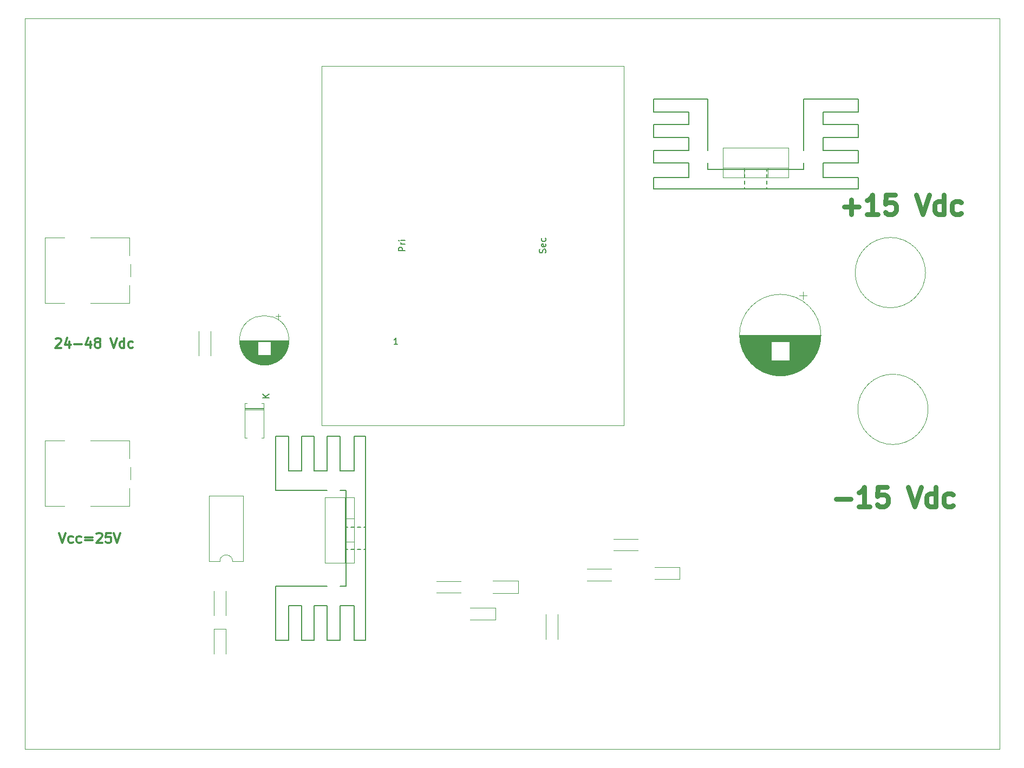
<source format=gto>
G04 #@! TF.GenerationSoftware,KiCad,Pcbnew,(5.1.5)-3*
G04 #@! TF.CreationDate,2020-06-24T22:18:20+03:00*
G04 #@! TF.ProjectId,Hardwareproject,48617264-7761-4726-9570-726f6a656374,rev?*
G04 #@! TF.SameCoordinates,Original*
G04 #@! TF.FileFunction,Legend,Top*
G04 #@! TF.FilePolarity,Positive*
%FSLAX46Y46*%
G04 Gerber Fmt 4.6, Leading zero omitted, Abs format (unit mm)*
G04 Created by KiCad (PCBNEW (5.1.5)-3) date 2020-06-24 22:18:20*
%MOMM*%
%LPD*%
G04 APERTURE LIST*
%ADD10C,0.300000*%
%ADD11C,0.750000*%
%ADD12C,0.120000*%
%ADD13C,0.150000*%
G04 APERTURE END LIST*
D10*
X30222857Y-75521428D02*
X30294285Y-75450000D01*
X30437142Y-75378571D01*
X30794285Y-75378571D01*
X30937142Y-75450000D01*
X31008571Y-75521428D01*
X31080000Y-75664285D01*
X31080000Y-75807142D01*
X31008571Y-76021428D01*
X30151428Y-76878571D01*
X31080000Y-76878571D01*
X32365714Y-75878571D02*
X32365714Y-76878571D01*
X32008571Y-75307142D02*
X31651428Y-76378571D01*
X32580000Y-76378571D01*
X33151428Y-76307142D02*
X34294285Y-76307142D01*
X35651428Y-75878571D02*
X35651428Y-76878571D01*
X35294285Y-75307142D02*
X34937142Y-76378571D01*
X35865714Y-76378571D01*
X36651428Y-76021428D02*
X36508571Y-75950000D01*
X36437142Y-75878571D01*
X36365714Y-75735714D01*
X36365714Y-75664285D01*
X36437142Y-75521428D01*
X36508571Y-75450000D01*
X36651428Y-75378571D01*
X36937142Y-75378571D01*
X37080000Y-75450000D01*
X37151428Y-75521428D01*
X37222857Y-75664285D01*
X37222857Y-75735714D01*
X37151428Y-75878571D01*
X37080000Y-75950000D01*
X36937142Y-76021428D01*
X36651428Y-76021428D01*
X36508571Y-76092857D01*
X36437142Y-76164285D01*
X36365714Y-76307142D01*
X36365714Y-76592857D01*
X36437142Y-76735714D01*
X36508571Y-76807142D01*
X36651428Y-76878571D01*
X36937142Y-76878571D01*
X37080000Y-76807142D01*
X37151428Y-76735714D01*
X37222857Y-76592857D01*
X37222857Y-76307142D01*
X37151428Y-76164285D01*
X37080000Y-76092857D01*
X36937142Y-76021428D01*
X38794285Y-75378571D02*
X39294285Y-76878571D01*
X39794285Y-75378571D01*
X40937142Y-76878571D02*
X40937142Y-75378571D01*
X40937142Y-76807142D02*
X40794285Y-76878571D01*
X40508571Y-76878571D01*
X40365714Y-76807142D01*
X40294285Y-76735714D01*
X40222857Y-76592857D01*
X40222857Y-76164285D01*
X40294285Y-76021428D01*
X40365714Y-75950000D01*
X40508571Y-75878571D01*
X40794285Y-75878571D01*
X40937142Y-75950000D01*
X42294285Y-76807142D02*
X42151428Y-76878571D01*
X41865714Y-76878571D01*
X41722857Y-76807142D01*
X41651428Y-76735714D01*
X41580000Y-76592857D01*
X41580000Y-76164285D01*
X41651428Y-76021428D01*
X41722857Y-75950000D01*
X41865714Y-75878571D01*
X42151428Y-75878571D01*
X42294285Y-75950000D01*
D11*
X152218571Y-100544285D02*
X154504285Y-100544285D01*
X157504285Y-101687142D02*
X155790000Y-101687142D01*
X156647142Y-101687142D02*
X156647142Y-98687142D01*
X156361428Y-99115714D01*
X156075714Y-99401428D01*
X155790000Y-99544285D01*
X160218571Y-98687142D02*
X158790000Y-98687142D01*
X158647142Y-100115714D01*
X158790000Y-99972857D01*
X159075714Y-99830000D01*
X159790000Y-99830000D01*
X160075714Y-99972857D01*
X160218571Y-100115714D01*
X160361428Y-100401428D01*
X160361428Y-101115714D01*
X160218571Y-101401428D01*
X160075714Y-101544285D01*
X159790000Y-101687142D01*
X159075714Y-101687142D01*
X158790000Y-101544285D01*
X158647142Y-101401428D01*
X163504285Y-98687142D02*
X164504285Y-101687142D01*
X165504285Y-98687142D01*
X167790000Y-101687142D02*
X167790000Y-98687142D01*
X167790000Y-101544285D02*
X167504285Y-101687142D01*
X166932857Y-101687142D01*
X166647142Y-101544285D01*
X166504285Y-101401428D01*
X166361428Y-101115714D01*
X166361428Y-100258571D01*
X166504285Y-99972857D01*
X166647142Y-99830000D01*
X166932857Y-99687142D01*
X167504285Y-99687142D01*
X167790000Y-99830000D01*
X170504285Y-101544285D02*
X170218571Y-101687142D01*
X169647142Y-101687142D01*
X169361428Y-101544285D01*
X169218571Y-101401428D01*
X169075714Y-101115714D01*
X169075714Y-100258571D01*
X169218571Y-99972857D01*
X169361428Y-99830000D01*
X169647142Y-99687142D01*
X170218571Y-99687142D01*
X170504285Y-99830000D01*
X153488571Y-54824285D02*
X155774285Y-54824285D01*
X154631428Y-55967142D02*
X154631428Y-53681428D01*
X158774285Y-55967142D02*
X157060000Y-55967142D01*
X157917142Y-55967142D02*
X157917142Y-52967142D01*
X157631428Y-53395714D01*
X157345714Y-53681428D01*
X157060000Y-53824285D01*
X161488571Y-52967142D02*
X160060000Y-52967142D01*
X159917142Y-54395714D01*
X160060000Y-54252857D01*
X160345714Y-54110000D01*
X161060000Y-54110000D01*
X161345714Y-54252857D01*
X161488571Y-54395714D01*
X161631428Y-54681428D01*
X161631428Y-55395714D01*
X161488571Y-55681428D01*
X161345714Y-55824285D01*
X161060000Y-55967142D01*
X160345714Y-55967142D01*
X160060000Y-55824285D01*
X159917142Y-55681428D01*
X164774285Y-52967142D02*
X165774285Y-55967142D01*
X166774285Y-52967142D01*
X169060000Y-55967142D02*
X169060000Y-52967142D01*
X169060000Y-55824285D02*
X168774285Y-55967142D01*
X168202857Y-55967142D01*
X167917142Y-55824285D01*
X167774285Y-55681428D01*
X167631428Y-55395714D01*
X167631428Y-54538571D01*
X167774285Y-54252857D01*
X167917142Y-54110000D01*
X168202857Y-53967142D01*
X168774285Y-53967142D01*
X169060000Y-54110000D01*
X171774285Y-55824285D02*
X171488571Y-55967142D01*
X170917142Y-55967142D01*
X170631428Y-55824285D01*
X170488571Y-55681428D01*
X170345714Y-55395714D01*
X170345714Y-54538571D01*
X170488571Y-54252857D01*
X170631428Y-54110000D01*
X170917142Y-53967142D01*
X171488571Y-53967142D01*
X171774285Y-54110000D01*
D10*
X30774285Y-105858571D02*
X31274285Y-107358571D01*
X31774285Y-105858571D01*
X32917142Y-107287142D02*
X32774285Y-107358571D01*
X32488571Y-107358571D01*
X32345714Y-107287142D01*
X32274285Y-107215714D01*
X32202857Y-107072857D01*
X32202857Y-106644285D01*
X32274285Y-106501428D01*
X32345714Y-106430000D01*
X32488571Y-106358571D01*
X32774285Y-106358571D01*
X32917142Y-106430000D01*
X34202857Y-107287142D02*
X34060000Y-107358571D01*
X33774285Y-107358571D01*
X33631428Y-107287142D01*
X33560000Y-107215714D01*
X33488571Y-107072857D01*
X33488571Y-106644285D01*
X33560000Y-106501428D01*
X33631428Y-106430000D01*
X33774285Y-106358571D01*
X34060000Y-106358571D01*
X34202857Y-106430000D01*
X34845714Y-106572857D02*
X35988571Y-106572857D01*
X35988571Y-107001428D02*
X34845714Y-107001428D01*
X36631428Y-106001428D02*
X36702857Y-105930000D01*
X36845714Y-105858571D01*
X37202857Y-105858571D01*
X37345714Y-105930000D01*
X37417142Y-106001428D01*
X37488571Y-106144285D01*
X37488571Y-106287142D01*
X37417142Y-106501428D01*
X36560000Y-107358571D01*
X37488571Y-107358571D01*
X38845714Y-105858571D02*
X38131428Y-105858571D01*
X38060000Y-106572857D01*
X38131428Y-106501428D01*
X38274285Y-106430000D01*
X38631428Y-106430000D01*
X38774285Y-106501428D01*
X38845714Y-106572857D01*
X38917142Y-106715714D01*
X38917142Y-107072857D01*
X38845714Y-107215714D01*
X38774285Y-107287142D01*
X38631428Y-107358571D01*
X38274285Y-107358571D01*
X38131428Y-107287142D01*
X38060000Y-107215714D01*
X39345714Y-105858571D02*
X39845714Y-107358571D01*
X40345714Y-105858571D01*
D12*
X25400000Y-25400000D02*
X177800000Y-25400000D01*
X177800000Y-139700000D02*
X177800000Y-25400000D01*
X25400000Y-139700000D02*
X177800000Y-139700000D01*
X25400000Y-25400000D02*
X25400000Y-139700000D01*
X119036400Y-89015200D02*
X71796400Y-89015200D01*
X119036400Y-89015200D02*
X119036400Y-32775200D01*
X71796400Y-32775200D02*
X71796400Y-89015200D01*
X71796400Y-32775200D02*
X119036400Y-32775200D01*
X98957000Y-117556000D02*
X95047000Y-117556000D01*
X98957000Y-119426000D02*
X98957000Y-117556000D01*
X95047000Y-119426000D02*
X98957000Y-119426000D01*
X127786000Y-111206000D02*
X123876000Y-111206000D01*
X127786000Y-113076000D02*
X127786000Y-111206000D01*
X123876000Y-113076000D02*
X127786000Y-113076000D01*
X102513000Y-113365000D02*
X98603000Y-113365000D01*
X102513000Y-115235000D02*
X102513000Y-113365000D01*
X98603000Y-115235000D02*
X102513000Y-115235000D01*
X54945000Y-120880000D02*
X54945000Y-124790000D01*
X56815000Y-120880000D02*
X54945000Y-120880000D01*
X56815000Y-124790000D02*
X56815000Y-120880000D01*
D13*
X78660000Y-90680000D02*
X78660000Y-122680000D01*
X75660000Y-99180000D02*
X75660000Y-114180000D01*
X64660000Y-99180000D02*
X64660000Y-90680000D01*
X64660000Y-114180000D02*
X64660000Y-122680000D01*
X75660000Y-114180000D02*
X74660000Y-114180000D01*
X75660000Y-99180000D02*
X74660000Y-99180000D01*
X72660000Y-99180000D02*
X64660000Y-99180000D01*
X72660000Y-114180000D02*
X64660000Y-114180000D01*
X74660000Y-96180000D02*
X74660000Y-90680000D01*
X72660000Y-90680000D02*
X72660000Y-96180000D01*
X74660000Y-117180000D02*
X74660000Y-122680000D01*
X72660000Y-117180000D02*
X72660000Y-122680000D01*
X76910000Y-117180000D02*
X76910000Y-122680000D01*
X66660000Y-117180000D02*
X66660000Y-122680000D01*
X70660000Y-117180000D02*
X70660000Y-122680000D01*
X68660000Y-117180000D02*
X68660000Y-122680000D01*
X66660000Y-96180000D02*
X66660000Y-90680000D01*
X68660000Y-90680000D02*
X68660000Y-96180000D01*
X70660000Y-96180000D02*
X70660000Y-90680000D01*
X76910000Y-96180000D02*
X76910000Y-90680000D01*
X78660000Y-122680000D02*
X76910000Y-122680000D01*
X76910000Y-90680000D02*
X78660000Y-90680000D01*
X76910000Y-96180000D02*
X74660000Y-96180000D01*
X72660000Y-96180000D02*
X70660000Y-96180000D01*
X74660000Y-90680000D02*
X72660000Y-90680000D01*
X70660000Y-90680000D02*
X68660000Y-90680000D01*
X68660000Y-96180000D02*
X66660000Y-96180000D01*
X66660000Y-90680000D02*
X64660000Y-90680000D01*
X68660000Y-117180000D02*
X66660000Y-117180000D01*
X72660000Y-117180000D02*
X70660000Y-117180000D01*
X76910000Y-117180000D02*
X74660000Y-117180000D01*
X74660000Y-122680000D02*
X72660000Y-122680000D01*
X70660000Y-122680000D02*
X68660000Y-122680000D01*
X66660000Y-122680000D02*
X64660000Y-122680000D01*
X77910000Y-104930000D02*
X77410000Y-104930000D01*
X76910000Y-104930000D02*
X76410000Y-104930000D01*
X77910000Y-108430000D02*
X77410000Y-108430000D01*
X76910000Y-108430000D02*
X76410000Y-108430000D01*
X75910000Y-108430000D02*
X75660000Y-108430000D01*
X75910000Y-104930000D02*
X75660000Y-104930000D01*
X78410000Y-104930000D02*
X78660000Y-104930000D01*
X78410000Y-108430000D02*
X78660000Y-108430000D01*
X155700000Y-51990000D02*
X123700000Y-51990000D01*
X147200000Y-48990000D02*
X132200000Y-48990000D01*
X147200000Y-37990000D02*
X155700000Y-37990000D01*
X132200000Y-37990000D02*
X123700000Y-37990000D01*
X132200000Y-48990000D02*
X132200000Y-47990000D01*
X147200000Y-48990000D02*
X147200000Y-47990000D01*
X147200000Y-45990000D02*
X147200000Y-37990000D01*
X132200000Y-45990000D02*
X132200000Y-37990000D01*
X150200000Y-47990000D02*
X155700000Y-47990000D01*
X155700000Y-45990000D02*
X150200000Y-45990000D01*
X129200000Y-47990000D02*
X123700000Y-47990000D01*
X129200000Y-45990000D02*
X123700000Y-45990000D01*
X129200000Y-50240000D02*
X123700000Y-50240000D01*
X129200000Y-39990000D02*
X123700000Y-39990000D01*
X129200000Y-43990000D02*
X123700000Y-43990000D01*
X129200000Y-41990000D02*
X123700000Y-41990000D01*
X150200000Y-39990000D02*
X155700000Y-39990000D01*
X155700000Y-41990000D02*
X150200000Y-41990000D01*
X150200000Y-43990000D02*
X155700000Y-43990000D01*
X150200000Y-50240000D02*
X155700000Y-50240000D01*
X123700000Y-51990000D02*
X123700000Y-50240000D01*
X155700000Y-50240000D02*
X155700000Y-51990000D01*
X150200000Y-50240000D02*
X150200000Y-47990000D01*
X150200000Y-45990000D02*
X150200000Y-43990000D01*
X155700000Y-47990000D02*
X155700000Y-45990000D01*
X155700000Y-43990000D02*
X155700000Y-41990000D01*
X150200000Y-41990000D02*
X150200000Y-39990000D01*
X155700000Y-39990000D02*
X155700000Y-37990000D01*
X129200000Y-41990000D02*
X129200000Y-39990000D01*
X129200000Y-45990000D02*
X129200000Y-43990000D01*
X129200000Y-50240000D02*
X129200000Y-47990000D01*
X123700000Y-47990000D02*
X123700000Y-45990000D01*
X123700000Y-43990000D02*
X123700000Y-41990000D01*
X123700000Y-39990000D02*
X123700000Y-37990000D01*
X141450000Y-51240000D02*
X141450000Y-50740000D01*
X141450000Y-50240000D02*
X141450000Y-49740000D01*
X137950000Y-51240000D02*
X137950000Y-50740000D01*
X137950000Y-50240000D02*
X137950000Y-49740000D01*
X137950000Y-49240000D02*
X137950000Y-48990000D01*
X141450000Y-49240000D02*
X141450000Y-48990000D01*
X141450000Y-51740000D02*
X141450000Y-51990000D01*
X137950000Y-51740000D02*
X137950000Y-51990000D01*
D12*
X62734800Y-86299600D02*
X59794800Y-86299600D01*
X62734800Y-86539600D02*
X59794800Y-86539600D01*
X62734800Y-86419600D02*
X59794800Y-86419600D01*
X59794800Y-90959600D02*
X60124800Y-90959600D01*
X59794800Y-85519600D02*
X59794800Y-90959600D01*
X60124800Y-85519600D02*
X59794800Y-85519600D01*
X62734800Y-90959600D02*
X62404800Y-90959600D01*
X62734800Y-85519600D02*
X62734800Y-90959600D01*
X62404800Y-85519600D02*
X62734800Y-85519600D01*
X147710000Y-68697918D02*
X146460000Y-68697918D01*
X147085000Y-68072918D02*
X147085000Y-69322918D01*
X143827000Y-81251000D02*
X143193000Y-81251000D01*
X144267000Y-81211000D02*
X142753000Y-81211000D01*
X144538000Y-81171000D02*
X142482000Y-81171000D01*
X144751000Y-81131000D02*
X142269000Y-81131000D01*
X144932000Y-81091000D02*
X142088000Y-81091000D01*
X145093000Y-81051000D02*
X141927000Y-81051000D01*
X145238000Y-81011000D02*
X141782000Y-81011000D01*
X145371000Y-80971000D02*
X141649000Y-80971000D01*
X145494000Y-80931000D02*
X141526000Y-80931000D01*
X145610000Y-80891000D02*
X141410000Y-80891000D01*
X145719000Y-80851000D02*
X141301000Y-80851000D01*
X145822000Y-80811000D02*
X141198000Y-80811000D01*
X145920000Y-80771000D02*
X141100000Y-80771000D01*
X146014000Y-80731000D02*
X141006000Y-80731000D01*
X146104000Y-80691000D02*
X140916000Y-80691000D01*
X146191000Y-80651000D02*
X140829000Y-80651000D01*
X146274000Y-80611000D02*
X140746000Y-80611000D01*
X146354000Y-80571000D02*
X140666000Y-80571000D01*
X146431000Y-80531000D02*
X140589000Y-80531000D01*
X146506000Y-80491000D02*
X140514000Y-80491000D01*
X146579000Y-80451000D02*
X140441000Y-80451000D01*
X146650000Y-80411000D02*
X140370000Y-80411000D01*
X146718000Y-80371000D02*
X140302000Y-80371000D01*
X146785000Y-80331000D02*
X140235000Y-80331000D01*
X146849000Y-80291000D02*
X140171000Y-80291000D01*
X146912000Y-80251000D02*
X140108000Y-80251000D01*
X146974000Y-80211000D02*
X140046000Y-80211000D01*
X147034000Y-80171000D02*
X139986000Y-80171000D01*
X147093000Y-80131000D02*
X139927000Y-80131000D01*
X147150000Y-80091000D02*
X139870000Y-80091000D01*
X147206000Y-80051000D02*
X139814000Y-80051000D01*
X147260000Y-80011000D02*
X139760000Y-80011000D01*
X147314000Y-79971000D02*
X139706000Y-79971000D01*
X147366000Y-79931000D02*
X139654000Y-79931000D01*
X147417000Y-79891000D02*
X139603000Y-79891000D01*
X147467000Y-79851000D02*
X139553000Y-79851000D01*
X147517000Y-79811000D02*
X139503000Y-79811000D01*
X147565000Y-79771000D02*
X139455000Y-79771000D01*
X147612000Y-79731000D02*
X139408000Y-79731000D01*
X147658000Y-79691000D02*
X139362000Y-79691000D01*
X147704000Y-79651000D02*
X139316000Y-79651000D01*
X147748000Y-79611000D02*
X139272000Y-79611000D01*
X147792000Y-79571000D02*
X139228000Y-79571000D01*
X147835000Y-79531000D02*
X139185000Y-79531000D01*
X147877000Y-79491000D02*
X139143000Y-79491000D01*
X147918000Y-79451000D02*
X139102000Y-79451000D01*
X147959000Y-79411000D02*
X139061000Y-79411000D01*
X147999000Y-79371000D02*
X139021000Y-79371000D01*
X148038000Y-79331000D02*
X138982000Y-79331000D01*
X148077000Y-79291000D02*
X138943000Y-79291000D01*
X148115000Y-79251000D02*
X138905000Y-79251000D01*
X148152000Y-79211000D02*
X138868000Y-79211000D01*
X148188000Y-79171000D02*
X138832000Y-79171000D01*
X148224000Y-79131000D02*
X138796000Y-79131000D01*
X148260000Y-79091000D02*
X138760000Y-79091000D01*
X148295000Y-79051000D02*
X138725000Y-79051000D01*
X148329000Y-79011000D02*
X138691000Y-79011000D01*
X148362000Y-78971000D02*
X138658000Y-78971000D01*
X148395000Y-78931000D02*
X138625000Y-78931000D01*
X148428000Y-78891000D02*
X138592000Y-78891000D01*
X148460000Y-78851000D02*
X138560000Y-78851000D01*
X142070000Y-78811000D02*
X138528000Y-78811000D01*
X148492000Y-78811000D02*
X144950000Y-78811000D01*
X142070000Y-78771000D02*
X138498000Y-78771000D01*
X148522000Y-78771000D02*
X144950000Y-78771000D01*
X142070000Y-78731000D02*
X138467000Y-78731000D01*
X148553000Y-78731000D02*
X144950000Y-78731000D01*
X142070000Y-78691000D02*
X138437000Y-78691000D01*
X148583000Y-78691000D02*
X144950000Y-78691000D01*
X142070000Y-78651000D02*
X138408000Y-78651000D01*
X148612000Y-78651000D02*
X144950000Y-78651000D01*
X142070000Y-78611000D02*
X138379000Y-78611000D01*
X148641000Y-78611000D02*
X144950000Y-78611000D01*
X142070000Y-78571000D02*
X138350000Y-78571000D01*
X148670000Y-78571000D02*
X144950000Y-78571000D01*
X142070000Y-78531000D02*
X138322000Y-78531000D01*
X148698000Y-78531000D02*
X144950000Y-78531000D01*
X142070000Y-78491000D02*
X138294000Y-78491000D01*
X148726000Y-78491000D02*
X144950000Y-78491000D01*
X142070000Y-78451000D02*
X138267000Y-78451000D01*
X148753000Y-78451000D02*
X144950000Y-78451000D01*
X142070000Y-78411000D02*
X138240000Y-78411000D01*
X148780000Y-78411000D02*
X144950000Y-78411000D01*
X142070000Y-78371000D02*
X138214000Y-78371000D01*
X148806000Y-78371000D02*
X144950000Y-78371000D01*
X142070000Y-78331000D02*
X138188000Y-78331000D01*
X148832000Y-78331000D02*
X144950000Y-78331000D01*
X142070000Y-78291000D02*
X138163000Y-78291000D01*
X148857000Y-78291000D02*
X144950000Y-78291000D01*
X142070000Y-78251000D02*
X138138000Y-78251000D01*
X148882000Y-78251000D02*
X144950000Y-78251000D01*
X142070000Y-78211000D02*
X138113000Y-78211000D01*
X148907000Y-78211000D02*
X144950000Y-78211000D01*
X142070000Y-78171000D02*
X138089000Y-78171000D01*
X148931000Y-78171000D02*
X144950000Y-78171000D01*
X142070000Y-78131000D02*
X138065000Y-78131000D01*
X148955000Y-78131000D02*
X144950000Y-78131000D01*
X142070000Y-78091000D02*
X138042000Y-78091000D01*
X148978000Y-78091000D02*
X144950000Y-78091000D01*
X142070000Y-78051000D02*
X138019000Y-78051000D01*
X149001000Y-78051000D02*
X144950000Y-78051000D01*
X142070000Y-78011000D02*
X137996000Y-78011000D01*
X149024000Y-78011000D02*
X144950000Y-78011000D01*
X142070000Y-77971000D02*
X137974000Y-77971000D01*
X149046000Y-77971000D02*
X144950000Y-77971000D01*
X142070000Y-77931000D02*
X137952000Y-77931000D01*
X149068000Y-77931000D02*
X144950000Y-77931000D01*
X142070000Y-77891000D02*
X137930000Y-77891000D01*
X149090000Y-77891000D02*
X144950000Y-77891000D01*
X142070000Y-77851000D02*
X137909000Y-77851000D01*
X149111000Y-77851000D02*
X144950000Y-77851000D01*
X142070000Y-77811000D02*
X137888000Y-77811000D01*
X149132000Y-77811000D02*
X144950000Y-77811000D01*
X142070000Y-77771000D02*
X137868000Y-77771000D01*
X149152000Y-77771000D02*
X144950000Y-77771000D01*
X142070000Y-77731000D02*
X137848000Y-77731000D01*
X149172000Y-77731000D02*
X144950000Y-77731000D01*
X142070000Y-77691000D02*
X137828000Y-77691000D01*
X149192000Y-77691000D02*
X144950000Y-77691000D01*
X142070000Y-77651000D02*
X137808000Y-77651000D01*
X149212000Y-77651000D02*
X144950000Y-77651000D01*
X142070000Y-77611000D02*
X137789000Y-77611000D01*
X149231000Y-77611000D02*
X144950000Y-77611000D01*
X142070000Y-77571000D02*
X137771000Y-77571000D01*
X149249000Y-77571000D02*
X144950000Y-77571000D01*
X142070000Y-77531000D02*
X137752000Y-77531000D01*
X149268000Y-77531000D02*
X144950000Y-77531000D01*
X142070000Y-77491000D02*
X137734000Y-77491000D01*
X149286000Y-77491000D02*
X144950000Y-77491000D01*
X142070000Y-77451000D02*
X137717000Y-77451000D01*
X149303000Y-77451000D02*
X144950000Y-77451000D01*
X142070000Y-77411000D02*
X137699000Y-77411000D01*
X149321000Y-77411000D02*
X144950000Y-77411000D01*
X142070000Y-77371000D02*
X137682000Y-77371000D01*
X149338000Y-77371000D02*
X144950000Y-77371000D01*
X142070000Y-77331000D02*
X137665000Y-77331000D01*
X149355000Y-77331000D02*
X144950000Y-77331000D01*
X142070000Y-77291000D02*
X137649000Y-77291000D01*
X149371000Y-77291000D02*
X144950000Y-77291000D01*
X142070000Y-77251000D02*
X137633000Y-77251000D01*
X149387000Y-77251000D02*
X144950000Y-77251000D01*
X142070000Y-77211000D02*
X137617000Y-77211000D01*
X149403000Y-77211000D02*
X144950000Y-77211000D01*
X142070000Y-77171000D02*
X137602000Y-77171000D01*
X149418000Y-77171000D02*
X144950000Y-77171000D01*
X142070000Y-77131000D02*
X137586000Y-77131000D01*
X149434000Y-77131000D02*
X144950000Y-77131000D01*
X142070000Y-77091000D02*
X137571000Y-77091000D01*
X149449000Y-77091000D02*
X144950000Y-77091000D01*
X142070000Y-77051000D02*
X137557000Y-77051000D01*
X149463000Y-77051000D02*
X144950000Y-77051000D01*
X142070000Y-77011000D02*
X137543000Y-77011000D01*
X149477000Y-77011000D02*
X144950000Y-77011000D01*
X142070000Y-76971000D02*
X137529000Y-76971000D01*
X149491000Y-76971000D02*
X144950000Y-76971000D01*
X142070000Y-76931000D02*
X137515000Y-76931000D01*
X149505000Y-76931000D02*
X144950000Y-76931000D01*
X142070000Y-76891000D02*
X137502000Y-76891000D01*
X149518000Y-76891000D02*
X144950000Y-76891000D01*
X142070000Y-76851000D02*
X137489000Y-76851000D01*
X149531000Y-76851000D02*
X144950000Y-76851000D01*
X142070000Y-76811000D02*
X137476000Y-76811000D01*
X149544000Y-76811000D02*
X144950000Y-76811000D01*
X142070000Y-76771000D02*
X137463000Y-76771000D01*
X149557000Y-76771000D02*
X144950000Y-76771000D01*
X142070000Y-76731000D02*
X137451000Y-76731000D01*
X149569000Y-76731000D02*
X144950000Y-76731000D01*
X142070000Y-76691000D02*
X137439000Y-76691000D01*
X149581000Y-76691000D02*
X144950000Y-76691000D01*
X142070000Y-76651000D02*
X137427000Y-76651000D01*
X149593000Y-76651000D02*
X144950000Y-76651000D01*
X142070000Y-76611000D02*
X137416000Y-76611000D01*
X149604000Y-76611000D02*
X144950000Y-76611000D01*
X142070000Y-76571000D02*
X137405000Y-76571000D01*
X149615000Y-76571000D02*
X144950000Y-76571000D01*
X142070000Y-76531000D02*
X137394000Y-76531000D01*
X149626000Y-76531000D02*
X144950000Y-76531000D01*
X142070000Y-76491000D02*
X137384000Y-76491000D01*
X149636000Y-76491000D02*
X144950000Y-76491000D01*
X142070000Y-76451000D02*
X137373000Y-76451000D01*
X149647000Y-76451000D02*
X144950000Y-76451000D01*
X142070000Y-76411000D02*
X137364000Y-76411000D01*
X149656000Y-76411000D02*
X144950000Y-76411000D01*
X142070000Y-76371000D02*
X137354000Y-76371000D01*
X149666000Y-76371000D02*
X144950000Y-76371000D01*
X142070000Y-76331000D02*
X137344000Y-76331000D01*
X149676000Y-76331000D02*
X144950000Y-76331000D01*
X142070000Y-76291000D02*
X137335000Y-76291000D01*
X149685000Y-76291000D02*
X144950000Y-76291000D01*
X142070000Y-76251000D02*
X137326000Y-76251000D01*
X149694000Y-76251000D02*
X144950000Y-76251000D01*
X142070000Y-76211000D02*
X137318000Y-76211000D01*
X149702000Y-76211000D02*
X144950000Y-76211000D01*
X142070000Y-76171000D02*
X137309000Y-76171000D01*
X149711000Y-76171000D02*
X144950000Y-76171000D01*
X142070000Y-76131000D02*
X137301000Y-76131000D01*
X149719000Y-76131000D02*
X144950000Y-76131000D01*
X142070000Y-76091000D02*
X137294000Y-76091000D01*
X149726000Y-76091000D02*
X144950000Y-76091000D01*
X142070000Y-76051000D02*
X137286000Y-76051000D01*
X149734000Y-76051000D02*
X144950000Y-76051000D01*
X142070000Y-76011000D02*
X137279000Y-76011000D01*
X149741000Y-76011000D02*
X144950000Y-76011000D01*
X142070000Y-75971000D02*
X137272000Y-75971000D01*
X149748000Y-75971000D02*
X144950000Y-75971000D01*
X149755000Y-75931000D02*
X137265000Y-75931000D01*
X149762000Y-75891000D02*
X137258000Y-75891000D01*
X149768000Y-75851000D02*
X137252000Y-75851000D01*
X149774000Y-75811000D02*
X137246000Y-75811000D01*
X149779000Y-75771000D02*
X137241000Y-75771000D01*
X149785000Y-75731000D02*
X137235000Y-75731000D01*
X149790000Y-75691000D02*
X137230000Y-75691000D01*
X149795000Y-75651000D02*
X137225000Y-75651000D01*
X149800000Y-75611000D02*
X137220000Y-75611000D01*
X149804000Y-75570000D02*
X137216000Y-75570000D01*
X149808000Y-75530000D02*
X137212000Y-75530000D01*
X149812000Y-75490000D02*
X137208000Y-75490000D01*
X149816000Y-75450000D02*
X137204000Y-75450000D01*
X149819000Y-75410000D02*
X137201000Y-75410000D01*
X149822000Y-75370000D02*
X137198000Y-75370000D01*
X149825000Y-75330000D02*
X137195000Y-75330000D01*
X149828000Y-75290000D02*
X137192000Y-75290000D01*
X149830000Y-75250000D02*
X137190000Y-75250000D01*
X149832000Y-75210000D02*
X137188000Y-75210000D01*
X149834000Y-75170000D02*
X137186000Y-75170000D01*
X149836000Y-75130000D02*
X137184000Y-75130000D01*
X149837000Y-75090000D02*
X137183000Y-75090000D01*
X149838000Y-75050000D02*
X137182000Y-75050000D01*
X149839000Y-75010000D02*
X137181000Y-75010000D01*
X149840000Y-74970000D02*
X137180000Y-74970000D01*
X149840000Y-74930000D02*
X137180000Y-74930000D01*
X149840000Y-74890000D02*
X137180000Y-74890000D01*
X149880000Y-74890000D02*
G75*
G03X149880000Y-74890000I-6370000J0D01*
G01*
X65389600Y-71955589D02*
X64639600Y-71955589D01*
X65014600Y-71580589D02*
X65014600Y-72330589D01*
X63280600Y-79563800D02*
X62398600Y-79563800D01*
X63532600Y-79523800D02*
X62146600Y-79523800D01*
X63716600Y-79483800D02*
X61962600Y-79483800D01*
X63867600Y-79443800D02*
X61811600Y-79443800D01*
X63997600Y-79403800D02*
X61681600Y-79403800D01*
X64114600Y-79363800D02*
X61564600Y-79363800D01*
X64220600Y-79323800D02*
X61458600Y-79323800D01*
X64317600Y-79283800D02*
X61361600Y-79283800D01*
X64408600Y-79243800D02*
X61270600Y-79243800D01*
X64493600Y-79203800D02*
X61185600Y-79203800D01*
X64572600Y-79163800D02*
X61106600Y-79163800D01*
X64648600Y-79123800D02*
X61030600Y-79123800D01*
X64720600Y-79083800D02*
X60958600Y-79083800D01*
X64788600Y-79043800D02*
X60890600Y-79043800D01*
X64853600Y-79003800D02*
X60825600Y-79003800D01*
X64916600Y-78963800D02*
X60762600Y-78963800D01*
X64976600Y-78923800D02*
X60702600Y-78923800D01*
X65034600Y-78883800D02*
X60644600Y-78883800D01*
X65089600Y-78843800D02*
X60589600Y-78843800D01*
X65143600Y-78803800D02*
X60535600Y-78803800D01*
X65194600Y-78763800D02*
X60484600Y-78763800D01*
X65244600Y-78723800D02*
X60434600Y-78723800D01*
X65293600Y-78683800D02*
X60385600Y-78683800D01*
X65339600Y-78643800D02*
X60339600Y-78643800D01*
X65385600Y-78603800D02*
X60293600Y-78603800D01*
X65428600Y-78563800D02*
X60250600Y-78563800D01*
X65471600Y-78523800D02*
X60207600Y-78523800D01*
X65512600Y-78483800D02*
X60166600Y-78483800D01*
X65552600Y-78443800D02*
X60126600Y-78443800D01*
X65591600Y-78403800D02*
X60087600Y-78403800D01*
X65629600Y-78363800D02*
X60049600Y-78363800D01*
X65666600Y-78323800D02*
X60012600Y-78323800D01*
X65702600Y-78283800D02*
X59976600Y-78283800D01*
X65737600Y-78243800D02*
X59941600Y-78243800D01*
X65770600Y-78203800D02*
X59908600Y-78203800D01*
X65803600Y-78163800D02*
X59875600Y-78163800D01*
X65835600Y-78123800D02*
X59843600Y-78123800D01*
X65867600Y-78083800D02*
X59811600Y-78083800D01*
X65897600Y-78043800D02*
X59781600Y-78043800D01*
X61799600Y-78003800D02*
X59751600Y-78003800D01*
X65927600Y-78003800D02*
X63879600Y-78003800D01*
X61799600Y-77963800D02*
X59723600Y-77963800D01*
X65955600Y-77963800D02*
X63879600Y-77963800D01*
X61799600Y-77923800D02*
X59695600Y-77923800D01*
X65983600Y-77923800D02*
X63879600Y-77923800D01*
X61799600Y-77883800D02*
X59667600Y-77883800D01*
X66011600Y-77883800D02*
X63879600Y-77883800D01*
X61799600Y-77843800D02*
X59641600Y-77843800D01*
X66037600Y-77843800D02*
X63879600Y-77843800D01*
X61799600Y-77803800D02*
X59615600Y-77803800D01*
X66063600Y-77803800D02*
X63879600Y-77803800D01*
X61799600Y-77763800D02*
X59590600Y-77763800D01*
X66088600Y-77763800D02*
X63879600Y-77763800D01*
X61799600Y-77723800D02*
X59565600Y-77723800D01*
X66113600Y-77723800D02*
X63879600Y-77723800D01*
X61799600Y-77683800D02*
X59542600Y-77683800D01*
X66136600Y-77683800D02*
X63879600Y-77683800D01*
X61799600Y-77643800D02*
X59518600Y-77643800D01*
X66160600Y-77643800D02*
X63879600Y-77643800D01*
X61799600Y-77603800D02*
X59496600Y-77603800D01*
X66182600Y-77603800D02*
X63879600Y-77603800D01*
X61799600Y-77563800D02*
X59474600Y-77563800D01*
X66204600Y-77563800D02*
X63879600Y-77563800D01*
X61799600Y-77523800D02*
X59453600Y-77523800D01*
X66225600Y-77523800D02*
X63879600Y-77523800D01*
X61799600Y-77483800D02*
X59432600Y-77483800D01*
X66246600Y-77483800D02*
X63879600Y-77483800D01*
X61799600Y-77443800D02*
X59412600Y-77443800D01*
X66266600Y-77443800D02*
X63879600Y-77443800D01*
X61799600Y-77403800D02*
X59392600Y-77403800D01*
X66286600Y-77403800D02*
X63879600Y-77403800D01*
X61799600Y-77363800D02*
X59373600Y-77363800D01*
X66305600Y-77363800D02*
X63879600Y-77363800D01*
X61799600Y-77323800D02*
X59355600Y-77323800D01*
X66323600Y-77323800D02*
X63879600Y-77323800D01*
X61799600Y-77283800D02*
X59337600Y-77283800D01*
X66341600Y-77283800D02*
X63879600Y-77283800D01*
X61799600Y-77243800D02*
X59319600Y-77243800D01*
X66359600Y-77243800D02*
X63879600Y-77243800D01*
X61799600Y-77203800D02*
X59303600Y-77203800D01*
X66375600Y-77203800D02*
X63879600Y-77203800D01*
X61799600Y-77163800D02*
X59286600Y-77163800D01*
X66392600Y-77163800D02*
X63879600Y-77163800D01*
X61799600Y-77123800D02*
X59271600Y-77123800D01*
X66407600Y-77123800D02*
X63879600Y-77123800D01*
X61799600Y-77083800D02*
X59255600Y-77083800D01*
X66423600Y-77083800D02*
X63879600Y-77083800D01*
X61799600Y-77043800D02*
X59241600Y-77043800D01*
X66437600Y-77043800D02*
X63879600Y-77043800D01*
X61799600Y-77003800D02*
X59226600Y-77003800D01*
X66452600Y-77003800D02*
X63879600Y-77003800D01*
X61799600Y-76963800D02*
X59213600Y-76963800D01*
X66465600Y-76963800D02*
X63879600Y-76963800D01*
X61799600Y-76923800D02*
X59199600Y-76923800D01*
X66479600Y-76923800D02*
X63879600Y-76923800D01*
X61799600Y-76883800D02*
X59186600Y-76883800D01*
X66492600Y-76883800D02*
X63879600Y-76883800D01*
X61799600Y-76843800D02*
X59174600Y-76843800D01*
X66504600Y-76843800D02*
X63879600Y-76843800D01*
X61799600Y-76803800D02*
X59162600Y-76803800D01*
X66516600Y-76803800D02*
X63879600Y-76803800D01*
X61799600Y-76763800D02*
X59151600Y-76763800D01*
X66527600Y-76763800D02*
X63879600Y-76763800D01*
X61799600Y-76723800D02*
X59140600Y-76723800D01*
X66538600Y-76723800D02*
X63879600Y-76723800D01*
X61799600Y-76683800D02*
X59129600Y-76683800D01*
X66549600Y-76683800D02*
X63879600Y-76683800D01*
X61799600Y-76643800D02*
X59119600Y-76643800D01*
X66559600Y-76643800D02*
X63879600Y-76643800D01*
X61799600Y-76603800D02*
X59110600Y-76603800D01*
X66568600Y-76603800D02*
X63879600Y-76603800D01*
X61799600Y-76563800D02*
X59101600Y-76563800D01*
X66577600Y-76563800D02*
X63879600Y-76563800D01*
X61799600Y-76523800D02*
X59092600Y-76523800D01*
X66586600Y-76523800D02*
X63879600Y-76523800D01*
X61799600Y-76483800D02*
X59084600Y-76483800D01*
X66594600Y-76483800D02*
X63879600Y-76483800D01*
X61799600Y-76443800D02*
X59076600Y-76443800D01*
X66602600Y-76443800D02*
X63879600Y-76443800D01*
X61799600Y-76402800D02*
X59069600Y-76402800D01*
X66609600Y-76402800D02*
X63879600Y-76402800D01*
X61799600Y-76362800D02*
X59062600Y-76362800D01*
X66616600Y-76362800D02*
X63879600Y-76362800D01*
X61799600Y-76322800D02*
X59055600Y-76322800D01*
X66623600Y-76322800D02*
X63879600Y-76322800D01*
X61799600Y-76282800D02*
X59049600Y-76282800D01*
X66629600Y-76282800D02*
X63879600Y-76282800D01*
X61799600Y-76242800D02*
X59044600Y-76242800D01*
X66634600Y-76242800D02*
X63879600Y-76242800D01*
X61799600Y-76202800D02*
X59038600Y-76202800D01*
X66640600Y-76202800D02*
X63879600Y-76202800D01*
X61799600Y-76162800D02*
X59034600Y-76162800D01*
X66644600Y-76162800D02*
X63879600Y-76162800D01*
X61799600Y-76122800D02*
X59029600Y-76122800D01*
X66649600Y-76122800D02*
X63879600Y-76122800D01*
X61799600Y-76082800D02*
X59025600Y-76082800D01*
X66653600Y-76082800D02*
X63879600Y-76082800D01*
X61799600Y-76042800D02*
X59022600Y-76042800D01*
X66656600Y-76042800D02*
X63879600Y-76042800D01*
X61799600Y-76002800D02*
X59019600Y-76002800D01*
X66659600Y-76002800D02*
X63879600Y-76002800D01*
X61799600Y-75962800D02*
X59016600Y-75962800D01*
X66662600Y-75962800D02*
X63879600Y-75962800D01*
X66664600Y-75922800D02*
X59014600Y-75922800D01*
X66666600Y-75882800D02*
X59012600Y-75882800D01*
X66668600Y-75842800D02*
X59010600Y-75842800D01*
X66669600Y-75802800D02*
X59009600Y-75802800D01*
X66669600Y-75762800D02*
X59009600Y-75762800D01*
X66669600Y-75722800D02*
X59009600Y-75722800D01*
X66709600Y-75722800D02*
G75*
G03X66709600Y-75722800I-3870000J0D01*
G01*
X106903000Y-118603000D02*
X106903000Y-122443000D01*
X108743000Y-118603000D02*
X108743000Y-122443000D01*
X117109000Y-111475000D02*
X113269000Y-111475000D01*
X117109000Y-113315000D02*
X113269000Y-113315000D01*
X93614000Y-113380000D02*
X89774000Y-113380000D01*
X93614000Y-115220000D02*
X89774000Y-115220000D01*
X54960000Y-114920000D02*
X54960000Y-118760000D01*
X56800000Y-114920000D02*
X56800000Y-118760000D01*
X121300000Y-106776000D02*
X117460000Y-106776000D01*
X121300000Y-108616000D02*
X117460000Y-108616000D01*
X52623200Y-74280000D02*
X52623200Y-78120000D01*
X54463200Y-74280000D02*
X54463200Y-78120000D01*
X41940000Y-95520000D02*
X41940000Y-97520000D01*
X28530000Y-91410000D02*
X31590000Y-91410000D01*
X28530000Y-101630000D02*
X28530000Y-91410000D01*
X31590000Y-101630000D02*
X28530000Y-101630000D01*
X41750000Y-101630000D02*
X35690000Y-101630000D01*
X41750000Y-98820000D02*
X41750000Y-101630000D01*
X41750000Y-91410000D02*
X41750000Y-94220000D01*
X35690000Y-91410000D02*
X41750000Y-91410000D01*
X41940000Y-63770000D02*
X41940000Y-65770000D01*
X28530000Y-59660000D02*
X31590000Y-59660000D01*
X28530000Y-69880000D02*
X28530000Y-59660000D01*
X31590000Y-69880000D02*
X28530000Y-69880000D01*
X41750000Y-69880000D02*
X35690000Y-69880000D01*
X41750000Y-67070000D02*
X41750000Y-69880000D01*
X41750000Y-59660000D02*
X41750000Y-62470000D01*
X35690000Y-59660000D02*
X41750000Y-59660000D01*
X54246000Y-110296000D02*
X55896000Y-110296000D01*
X54246000Y-100016000D02*
X54246000Y-110296000D01*
X59546000Y-100016000D02*
X54246000Y-100016000D01*
X59546000Y-110296000D02*
X59546000Y-100016000D01*
X57896000Y-110296000D02*
X59546000Y-110296000D01*
X55896000Y-110296000D02*
G75*
G02X57896000Y-110296000I1000000J0D01*
G01*
X76930000Y-107261000D02*
X75420000Y-107261000D01*
X76930000Y-103560000D02*
X75420000Y-103560000D01*
X75420000Y-100290000D02*
X75420000Y-110530000D01*
X76930000Y-110530000D02*
X72289000Y-110530000D01*
X76930000Y-100290000D02*
X72289000Y-100290000D01*
X72289000Y-100290000D02*
X72289000Y-110530000D01*
X76930000Y-100290000D02*
X76930000Y-110530000D01*
X166637600Y-86512400D02*
G75*
G03X166637600Y-86512400I-5500000J0D01*
G01*
X166231200Y-65125600D02*
G75*
G03X166231200Y-65125600I-5500000J0D01*
G01*
X137849000Y-50260000D02*
X137849000Y-48750000D01*
X141550000Y-50260000D02*
X141550000Y-48750000D01*
X144820000Y-48750000D02*
X134580000Y-48750000D01*
X134580000Y-50260000D02*
X134580000Y-45619000D01*
X144820000Y-50260000D02*
X144820000Y-45619000D01*
X144820000Y-45619000D02*
X134580000Y-45619000D01*
X144820000Y-50260000D02*
X134580000Y-50260000D01*
D13*
X83702114Y-76347580D02*
X83130685Y-76347580D01*
X83416400Y-76347580D02*
X83416400Y-75347580D01*
X83321161Y-75490438D01*
X83225923Y-75585676D01*
X83130685Y-75633295D01*
X84868780Y-61704723D02*
X83868780Y-61704723D01*
X83868780Y-61323771D01*
X83916400Y-61228533D01*
X83964019Y-61180914D01*
X84059257Y-61133295D01*
X84202114Y-61133295D01*
X84297352Y-61180914D01*
X84344971Y-61228533D01*
X84392590Y-61323771D01*
X84392590Y-61704723D01*
X84868780Y-60704723D02*
X84202114Y-60704723D01*
X84392590Y-60704723D02*
X84297352Y-60657104D01*
X84249733Y-60609485D01*
X84202114Y-60514247D01*
X84202114Y-60419009D01*
X84868780Y-60085676D02*
X84202114Y-60085676D01*
X83868780Y-60085676D02*
X83916400Y-60133295D01*
X83964019Y-60085676D01*
X83916400Y-60038057D01*
X83868780Y-60085676D01*
X83964019Y-60085676D01*
X106821161Y-62038057D02*
X106868780Y-61895200D01*
X106868780Y-61657104D01*
X106821161Y-61561866D01*
X106773542Y-61514247D01*
X106678304Y-61466628D01*
X106583066Y-61466628D01*
X106487828Y-61514247D01*
X106440209Y-61561866D01*
X106392590Y-61657104D01*
X106344971Y-61847580D01*
X106297352Y-61942819D01*
X106249733Y-61990438D01*
X106154495Y-62038057D01*
X106059257Y-62038057D01*
X105964019Y-61990438D01*
X105916400Y-61942819D01*
X105868780Y-61847580D01*
X105868780Y-61609485D01*
X105916400Y-61466628D01*
X106821161Y-60657104D02*
X106868780Y-60752342D01*
X106868780Y-60942819D01*
X106821161Y-61038057D01*
X106725923Y-61085676D01*
X106344971Y-61085676D01*
X106249733Y-61038057D01*
X106202114Y-60942819D01*
X106202114Y-60752342D01*
X106249733Y-60657104D01*
X106344971Y-60609485D01*
X106440209Y-60609485D01*
X106535447Y-61085676D01*
X106821161Y-59752342D02*
X106868780Y-59847580D01*
X106868780Y-60038057D01*
X106821161Y-60133295D01*
X106773542Y-60180914D01*
X106678304Y-60228533D01*
X106392590Y-60228533D01*
X106297352Y-60180914D01*
X106249733Y-60133295D01*
X106202114Y-60038057D01*
X106202114Y-59847580D01*
X106249733Y-59752342D01*
X63617180Y-84691504D02*
X62617180Y-84691504D01*
X63617180Y-84120076D02*
X63045752Y-84548647D01*
X62617180Y-84120076D02*
X63188609Y-84691504D01*
M02*

</source>
